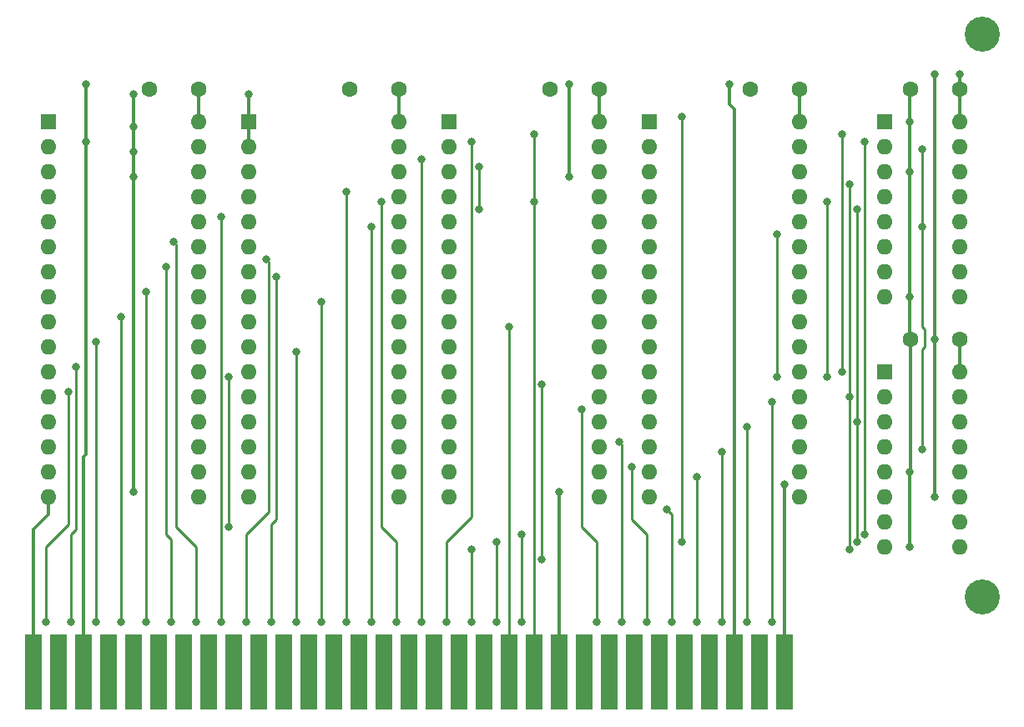
<source format=gbr>
G04 #@! TF.GenerationSoftware,KiCad,Pcbnew,(5.1.8)-1*
G04 #@! TF.CreationDate,2022-11-01T10:43:00-06:00*
G04 #@! TF.ProjectId,64K 640K ISA,36344b20-3634-4304-9b20-4953412e6b69,rev?*
G04 #@! TF.SameCoordinates,Original*
G04 #@! TF.FileFunction,Copper,L2,Bot*
G04 #@! TF.FilePolarity,Positive*
%FSLAX46Y46*%
G04 Gerber Fmt 4.6, Leading zero omitted, Abs format (unit mm)*
G04 Created by KiCad (PCBNEW (5.1.8)-1) date 2022-11-01 10:43:00*
%MOMM*%
%LPD*%
G01*
G04 APERTURE LIST*
G04 #@! TA.AperFunction,ComponentPad*
%ADD10C,1.600000*%
G04 #@! TD*
G04 #@! TA.AperFunction,ComponentPad*
%ADD11O,1.600000X1.600000*%
G04 #@! TD*
G04 #@! TA.AperFunction,ComponentPad*
%ADD12R,1.600000X1.600000*%
G04 #@! TD*
G04 #@! TA.AperFunction,ConnectorPad*
%ADD13R,1.780000X7.620000*%
G04 #@! TD*
G04 #@! TA.AperFunction,ComponentPad*
%ADD14C,3.556000*%
G04 #@! TD*
G04 #@! TA.AperFunction,ViaPad*
%ADD15C,0.800000*%
G04 #@! TD*
G04 #@! TA.AperFunction,Conductor*
%ADD16C,0.250000*%
G04 #@! TD*
G04 #@! TA.AperFunction,Conductor*
%ADD17C,0.330200*%
G04 #@! TD*
G04 APERTURE END LIST*
D10*
G04 #@! TO.P,C2,2*
G04 #@! TO.N,VCC*
X122420380Y-70586600D03*
G04 #@! TO.P,C2,1*
G04 #@! TO.N,GND*
X117420380Y-70586600D03*
G04 #@! TD*
D11*
G04 #@! TO.P,U2,32*
G04 #@! TO.N,VCC*
X122420380Y-73888600D03*
G04 #@! TO.P,U2,16*
G04 #@! TO.N,GND*
X107180380Y-111988600D03*
G04 #@! TO.P,U2,31*
G04 #@! TO.N,/MWR*
X122420380Y-76428600D03*
G04 #@! TO.P,U2,15*
G04 #@! TO.N,/D2*
X107180380Y-109448600D03*
G04 #@! TO.P,U2,30*
G04 #@! TO.N,GND*
X122420380Y-78968600D03*
G04 #@! TO.P,U2,14*
G04 #@! TO.N,/D1*
X107180380Y-106908600D03*
G04 #@! TO.P,U2,29*
G04 #@! TO.N,/A14*
X122420380Y-81508600D03*
G04 #@! TO.P,U2,13*
G04 #@! TO.N,/D0*
X107180380Y-104368600D03*
G04 #@! TO.P,U2,28*
G04 #@! TO.N,/A13*
X122420380Y-84048600D03*
G04 #@! TO.P,U2,12*
G04 #@! TO.N,/A0*
X107180380Y-101828600D03*
G04 #@! TO.P,U2,27*
G04 #@! TO.N,/A8*
X122420380Y-86588600D03*
G04 #@! TO.P,U2,11*
G04 #@! TO.N,/A1*
X107180380Y-99288600D03*
G04 #@! TO.P,U2,26*
G04 #@! TO.N,/A9*
X122420380Y-89128600D03*
G04 #@! TO.P,U2,10*
G04 #@! TO.N,/A2*
X107180380Y-96748600D03*
G04 #@! TO.P,U2,25*
G04 #@! TO.N,/A11*
X122420380Y-91668600D03*
G04 #@! TO.P,U2,9*
G04 #@! TO.N,/A3*
X107180380Y-94208600D03*
G04 #@! TO.P,U2,24*
G04 #@! TO.N,/MRD*
X122420380Y-94208600D03*
G04 #@! TO.P,U2,8*
G04 #@! TO.N,/A4*
X107180380Y-91668600D03*
G04 #@! TO.P,U2,23*
G04 #@! TO.N,/A10*
X122420380Y-96748600D03*
G04 #@! TO.P,U2,7*
G04 #@! TO.N,/A5*
X107180380Y-89128600D03*
G04 #@! TO.P,U2,22*
G04 #@! TO.N,/E0000_CS*
X122420380Y-99288600D03*
G04 #@! TO.P,U2,6*
G04 #@! TO.N,/A6*
X107180380Y-86588600D03*
G04 #@! TO.P,U2,21*
G04 #@! TO.N,/D7*
X122420380Y-101828600D03*
G04 #@! TO.P,U2,5*
G04 #@! TO.N,/A7*
X107180380Y-84048600D03*
G04 #@! TO.P,U2,20*
G04 #@! TO.N,/D6*
X122420380Y-104368600D03*
G04 #@! TO.P,U2,4*
G04 #@! TO.N,/A12*
X107180380Y-81508600D03*
G04 #@! TO.P,U2,19*
G04 #@! TO.N,/D5*
X122420380Y-106908600D03*
G04 #@! TO.P,U2,3*
G04 #@! TO.N,/A15*
X107180380Y-78968600D03*
G04 #@! TO.P,U2,18*
G04 #@! TO.N,/D4*
X122420380Y-109448600D03*
G04 #@! TO.P,U2,2*
G04 #@! TO.N,GND*
X107180380Y-76428600D03*
G04 #@! TO.P,U2,17*
G04 #@! TO.N,/D3*
X122420380Y-111988600D03*
D12*
G04 #@! TO.P,U2,1*
G04 #@! TO.N,GND*
X107180380Y-73888600D03*
G04 #@! TD*
D11*
G04 #@! TO.P,U1,32*
G04 #@! TO.N,VCC*
X102100380Y-73888600D03*
G04 #@! TO.P,U1,16*
G04 #@! TO.N,GND*
X86860380Y-111988600D03*
G04 #@! TO.P,U1,31*
G04 #@! TO.N,VCC*
X102100380Y-76428600D03*
G04 #@! TO.P,U1,15*
G04 #@! TO.N,/D2*
X86860380Y-109448600D03*
G04 #@! TO.P,U1,30*
G04 #@! TO.N,GND*
X102100380Y-78968600D03*
G04 #@! TO.P,U1,14*
G04 #@! TO.N,/D1*
X86860380Y-106908600D03*
G04 #@! TO.P,U1,29*
G04 #@! TO.N,/A14*
X102100380Y-81508600D03*
G04 #@! TO.P,U1,13*
G04 #@! TO.N,/D0*
X86860380Y-104368600D03*
G04 #@! TO.P,U1,28*
G04 #@! TO.N,/A13*
X102100380Y-84048600D03*
G04 #@! TO.P,U1,12*
G04 #@! TO.N,/A0*
X86860380Y-101828600D03*
G04 #@! TO.P,U1,27*
G04 #@! TO.N,/A8*
X102100380Y-86588600D03*
G04 #@! TO.P,U1,11*
G04 #@! TO.N,/A1*
X86860380Y-99288600D03*
G04 #@! TO.P,U1,26*
G04 #@! TO.N,/A9*
X102100380Y-89128600D03*
G04 #@! TO.P,U1,10*
G04 #@! TO.N,/A2*
X86860380Y-96748600D03*
G04 #@! TO.P,U1,25*
G04 #@! TO.N,/A11*
X102100380Y-91668600D03*
G04 #@! TO.P,U1,9*
G04 #@! TO.N,/A3*
X86860380Y-94208600D03*
G04 #@! TO.P,U1,24*
G04 #@! TO.N,/MRD*
X102100380Y-94208600D03*
G04 #@! TO.P,U1,8*
G04 #@! TO.N,/A4*
X86860380Y-91668600D03*
G04 #@! TO.P,U1,23*
G04 #@! TO.N,/A10*
X102100380Y-96748600D03*
G04 #@! TO.P,U1,7*
G04 #@! TO.N,/A5*
X86860380Y-89128600D03*
G04 #@! TO.P,U1,22*
G04 #@! TO.N,/64K_ROM_CS*
X102100380Y-99288600D03*
G04 #@! TO.P,U1,6*
G04 #@! TO.N,/A6*
X86860380Y-86588600D03*
G04 #@! TO.P,U1,21*
G04 #@! TO.N,/D7*
X102100380Y-101828600D03*
G04 #@! TO.P,U1,5*
G04 #@! TO.N,/A7*
X86860380Y-84048600D03*
G04 #@! TO.P,U1,20*
G04 #@! TO.N,/D6*
X102100380Y-104368600D03*
G04 #@! TO.P,U1,4*
G04 #@! TO.N,/A12*
X86860380Y-81508600D03*
G04 #@! TO.P,U1,19*
G04 #@! TO.N,/D5*
X102100380Y-106908600D03*
G04 #@! TO.P,U1,3*
G04 #@! TO.N,/A15*
X86860380Y-78968600D03*
G04 #@! TO.P,U1,18*
G04 #@! TO.N,/D4*
X102100380Y-109448600D03*
G04 #@! TO.P,U1,2*
G04 #@! TO.N,GND*
X86860380Y-76428600D03*
G04 #@! TO.P,U1,17*
G04 #@! TO.N,/D3*
X102100380Y-111988600D03*
D12*
G04 #@! TO.P,U1,1*
G04 #@! TO.N,GND*
X86860380Y-73888600D03*
G04 #@! TD*
D10*
G04 #@! TO.P,C1,2*
G04 #@! TO.N,VCC*
X102100380Y-70586600D03*
G04 #@! TO.P,C1,1*
G04 #@! TO.N,GND*
X97100380Y-70586600D03*
G04 #@! TD*
D11*
G04 #@! TO.P,U3,32*
G04 #@! TO.N,VCC*
X142740380Y-73888600D03*
G04 #@! TO.P,U3,16*
G04 #@! TO.N,GND*
X127500380Y-111988600D03*
G04 #@! TO.P,U3,31*
G04 #@! TO.N,/A15*
X142740380Y-76428600D03*
G04 #@! TO.P,U3,15*
G04 #@! TO.N,/D2*
X127500380Y-109448600D03*
G04 #@! TO.P,U3,30*
G04 #@! TO.N,VCC*
X142740380Y-78968600D03*
G04 #@! TO.P,U3,14*
G04 #@! TO.N,/D1*
X127500380Y-106908600D03*
G04 #@! TO.P,U3,29*
G04 #@! TO.N,/MWR*
X142740380Y-81508600D03*
G04 #@! TO.P,U3,13*
G04 #@! TO.N,/D0*
X127500380Y-104368600D03*
G04 #@! TO.P,U3,28*
G04 #@! TO.N,/A13*
X142740380Y-84048600D03*
G04 #@! TO.P,U3,12*
G04 #@! TO.N,/A0*
X127500380Y-101828600D03*
G04 #@! TO.P,U3,27*
G04 #@! TO.N,/A8*
X142740380Y-86588600D03*
G04 #@! TO.P,U3,11*
G04 #@! TO.N,/A1*
X127500380Y-99288600D03*
G04 #@! TO.P,U3,26*
G04 #@! TO.N,/A9*
X142740380Y-89128600D03*
G04 #@! TO.P,U3,10*
G04 #@! TO.N,/A2*
X127500380Y-96748600D03*
G04 #@! TO.P,U3,25*
G04 #@! TO.N,/A11*
X142740380Y-91668600D03*
G04 #@! TO.P,U3,9*
G04 #@! TO.N,/A3*
X127500380Y-94208600D03*
G04 #@! TO.P,U3,24*
G04 #@! TO.N,/MRD*
X142740380Y-94208600D03*
G04 #@! TO.P,U3,8*
G04 #@! TO.N,/A4*
X127500380Y-91668600D03*
G04 #@! TO.P,U3,23*
G04 #@! TO.N,/A10*
X142740380Y-96748600D03*
G04 #@! TO.P,U3,7*
G04 #@! TO.N,/A5*
X127500380Y-89128600D03*
G04 #@! TO.P,U3,22*
G04 #@! TO.N,/128K_CS*
X142740380Y-99288600D03*
G04 #@! TO.P,U3,6*
G04 #@! TO.N,/A6*
X127500380Y-86588600D03*
G04 #@! TO.P,U3,21*
G04 #@! TO.N,/D7*
X142740380Y-101828600D03*
G04 #@! TO.P,U3,5*
G04 #@! TO.N,/A7*
X127500380Y-84048600D03*
G04 #@! TO.P,U3,20*
G04 #@! TO.N,/D6*
X142740380Y-104368600D03*
G04 #@! TO.P,U3,4*
G04 #@! TO.N,/A12*
X127500380Y-81508600D03*
G04 #@! TO.P,U3,19*
G04 #@! TO.N,/D5*
X142740380Y-106908600D03*
G04 #@! TO.P,U3,3*
G04 #@! TO.N,/A14*
X127500380Y-78968600D03*
G04 #@! TO.P,U3,18*
G04 #@! TO.N,/D4*
X142740380Y-109448600D03*
G04 #@! TO.P,U3,2*
G04 #@! TO.N,/A16*
X127500380Y-76428600D03*
G04 #@! TO.P,U3,17*
G04 #@! TO.N,/D3*
X142740380Y-111988600D03*
D12*
G04 #@! TO.P,U3,1*
G04 #@! TO.N,Net-(U3-Pad1)*
X127500380Y-73888600D03*
G04 #@! TD*
D11*
G04 #@! TO.P,U4,32*
G04 #@! TO.N,VCC*
X163060380Y-73888600D03*
G04 #@! TO.P,U4,16*
G04 #@! TO.N,GND*
X147820380Y-111988600D03*
G04 #@! TO.P,U4,31*
G04 #@! TO.N,/A15*
X163060380Y-76428600D03*
G04 #@! TO.P,U4,15*
G04 #@! TO.N,/D2*
X147820380Y-109448600D03*
G04 #@! TO.P,U4,30*
G04 #@! TO.N,/A17*
X163060380Y-78968600D03*
G04 #@! TO.P,U4,14*
G04 #@! TO.N,/D1*
X147820380Y-106908600D03*
G04 #@! TO.P,U4,29*
G04 #@! TO.N,/MWR*
X163060380Y-81508600D03*
G04 #@! TO.P,U4,13*
G04 #@! TO.N,/D0*
X147820380Y-104368600D03*
G04 #@! TO.P,U4,28*
G04 #@! TO.N,/A13*
X163060380Y-84048600D03*
G04 #@! TO.P,U4,12*
G04 #@! TO.N,/A0*
X147820380Y-101828600D03*
G04 #@! TO.P,U4,27*
G04 #@! TO.N,/A8*
X163060380Y-86588600D03*
G04 #@! TO.P,U4,11*
G04 #@! TO.N,/A1*
X147820380Y-99288600D03*
G04 #@! TO.P,U4,26*
G04 #@! TO.N,/A9*
X163060380Y-89128600D03*
G04 #@! TO.P,U4,10*
G04 #@! TO.N,/A2*
X147820380Y-96748600D03*
G04 #@! TO.P,U4,25*
G04 #@! TO.N,/A11*
X163060380Y-91668600D03*
G04 #@! TO.P,U4,9*
G04 #@! TO.N,/A3*
X147820380Y-94208600D03*
G04 #@! TO.P,U4,24*
G04 #@! TO.N,/MRD*
X163060380Y-94208600D03*
G04 #@! TO.P,U4,8*
G04 #@! TO.N,/A4*
X147820380Y-91668600D03*
G04 #@! TO.P,U4,23*
G04 #@! TO.N,/A10*
X163060380Y-96748600D03*
G04 #@! TO.P,U4,7*
G04 #@! TO.N,/A5*
X147820380Y-89128600D03*
G04 #@! TO.P,U4,22*
G04 #@! TO.N,/512K_CS*
X163060380Y-99288600D03*
G04 #@! TO.P,U4,6*
G04 #@! TO.N,/A6*
X147820380Y-86588600D03*
G04 #@! TO.P,U4,21*
G04 #@! TO.N,/D7*
X163060380Y-101828600D03*
G04 #@! TO.P,U4,5*
G04 #@! TO.N,/A7*
X147820380Y-84048600D03*
G04 #@! TO.P,U4,20*
G04 #@! TO.N,/D6*
X163060380Y-104368600D03*
G04 #@! TO.P,U4,4*
G04 #@! TO.N,/A12*
X147820380Y-81508600D03*
G04 #@! TO.P,U4,19*
G04 #@! TO.N,/D5*
X163060380Y-106908600D03*
G04 #@! TO.P,U4,3*
G04 #@! TO.N,/A14*
X147820380Y-78968600D03*
G04 #@! TO.P,U4,18*
G04 #@! TO.N,/D4*
X163060380Y-109448600D03*
G04 #@! TO.P,U4,2*
G04 #@! TO.N,/A16*
X147820380Y-76428600D03*
G04 #@! TO.P,U4,17*
G04 #@! TO.N,/D3*
X163060380Y-111988600D03*
D12*
G04 #@! TO.P,U4,1*
G04 #@! TO.N,/A18*
X147820380Y-73888600D03*
G04 #@! TD*
D10*
G04 #@! TO.P,C6,2*
G04 #@! TO.N,VCC*
X179316380Y-95986600D03*
G04 #@! TO.P,C6,1*
G04 #@! TO.N,GND*
X174316380Y-95986600D03*
G04 #@! TD*
G04 #@! TO.P,C3,2*
G04 #@! TO.N,VCC*
X142740380Y-70586600D03*
G04 #@! TO.P,C3,1*
G04 #@! TO.N,GND*
X137740380Y-70586600D03*
G04 #@! TD*
D13*
G04 #@! TO.P,J9,31*
G04 #@! TO.N,GND*
X85336380Y-129768600D03*
G04 #@! TO.P,J9,30*
G04 #@! TO.N,/OSC88*
X87876380Y-129768600D03*
G04 #@! TO.P,J9,29*
G04 #@! TO.N,VCC*
X90416380Y-129768600D03*
G04 #@! TO.P,J9,28*
G04 #@! TO.N,/ALE*
X92956380Y-129768600D03*
G04 #@! TO.P,J9,27*
G04 #@! TO.N,/TC*
X95496380Y-129768600D03*
G04 #@! TO.P,J9,26*
G04 #@! TO.N,/DACK2*
X98036380Y-129768600D03*
G04 #@! TO.P,J9,25*
G04 #@! TO.N,/IRQ3*
X100576380Y-129768600D03*
G04 #@! TO.P,J9,24*
G04 #@! TO.N,/IRQ4*
X103116380Y-129768600D03*
G04 #@! TO.P,J9,23*
G04 #@! TO.N,/IRQ5*
X105656380Y-129768600D03*
G04 #@! TO.P,J9,22*
G04 #@! TO.N,/IRQ6*
X108196380Y-129768600D03*
G04 #@! TO.P,J9,21*
G04 #@! TO.N,/IRQ7*
X110736380Y-129768600D03*
G04 #@! TO.P,J9,20*
G04 #@! TO.N,/CLK88*
X113276380Y-129768600D03*
G04 #@! TO.P,J9,19*
G04 #@! TO.N,/REFRQ*
X115816380Y-129768600D03*
G04 #@! TO.P,J9,18*
G04 #@! TO.N,/DRQ1*
X118356380Y-129768600D03*
G04 #@! TO.P,J9,17*
G04 #@! TO.N,/DACK1*
X120896380Y-129768600D03*
G04 #@! TO.P,J9,16*
G04 #@! TO.N,/DRQ3*
X123436380Y-129768600D03*
G04 #@! TO.P,J9,15*
G04 #@! TO.N,/DACK3*
X125976380Y-129768600D03*
G04 #@! TO.P,J9,14*
G04 #@! TO.N,/IORD*
X128516380Y-129768600D03*
G04 #@! TO.P,J9,13*
G04 #@! TO.N,/IOWR*
X131056380Y-129768600D03*
G04 #@! TO.P,J9,12*
G04 #@! TO.N,/MRD*
X133596380Y-129768600D03*
G04 #@! TO.P,J9,11*
G04 #@! TO.N,/MWR*
X136136380Y-129768600D03*
G04 #@! TO.P,J9,10*
G04 #@! TO.N,GND*
X138676380Y-129768600D03*
G04 #@! TO.P,J9,9*
G04 #@! TO.N,/12+*
X141216380Y-129768600D03*
G04 #@! TO.P,J9,8*
G04 #@! TO.N,/NC*
X143756380Y-129768600D03*
G04 #@! TO.P,J9,7*
G04 #@! TO.N,/12-*
X146296380Y-129768600D03*
G04 #@! TO.P,J9,6*
G04 #@! TO.N,/DRQ2*
X148836380Y-129768600D03*
G04 #@! TO.P,J9,5*
G04 #@! TO.N,/5-*
X151376380Y-129768600D03*
G04 #@! TO.P,J9,4*
G04 #@! TO.N,/IRQ2*
X153916380Y-129768600D03*
G04 #@! TO.P,J9,3*
G04 #@! TO.N,VCC*
X156456380Y-129768600D03*
G04 #@! TO.P,J9,2*
G04 #@! TO.N,/RESOUT*
X158996380Y-129768600D03*
G04 #@! TO.P,J9,1*
G04 #@! TO.N,GND*
X161536380Y-129768600D03*
G04 #@! TD*
D14*
G04 #@! TO.P,R,1*
G04 #@! TO.N,/GND*
X181602380Y-122148600D03*
G04 #@! TD*
G04 #@! TO.P,R,1*
G04 #@! TO.N,N/C*
X181602380Y-64998600D03*
G04 #@! TD*
D11*
G04 #@! TO.P,U6,16*
G04 #@! TO.N,VCC*
X179316380Y-99288600D03*
G04 #@! TO.P,U6,8*
G04 #@! TO.N,GND*
X171696380Y-117068600D03*
G04 #@! TO.P,U6,15*
G04 #@! TO.N,Net-(U6-Pad15)*
X179316380Y-101828600D03*
G04 #@! TO.P,U6,7*
G04 #@! TO.N,/64K_ROM_CS*
X171696380Y-114528600D03*
G04 #@! TO.P,U6,14*
G04 #@! TO.N,Net-(U6-Pad14)*
X179316380Y-104368600D03*
G04 #@! TO.P,U6,6*
G04 #@! TO.N,VCC*
X171696380Y-111988600D03*
G04 #@! TO.P,U6,13*
G04 #@! TO.N,Net-(U6-Pad13)*
X179316380Y-106908600D03*
G04 #@! TO.P,U6,5*
G04 #@! TO.N,GND*
X171696380Y-109448600D03*
G04 #@! TO.P,U6,12*
G04 #@! TO.N,Net-(U6-Pad12)*
X179316380Y-109448600D03*
G04 #@! TO.P,U6,4*
G04 #@! TO.N,/UPPER_512K*
X171696380Y-106908600D03*
G04 #@! TO.P,U6,11*
G04 #@! TO.N,Net-(U6-Pad11)*
X179316380Y-111988600D03*
G04 #@! TO.P,U6,3*
G04 #@! TO.N,/A18*
X171696380Y-104368600D03*
G04 #@! TO.P,U6,10*
G04 #@! TO.N,Net-(U6-Pad10)*
X179316380Y-114528600D03*
G04 #@! TO.P,U6,2*
G04 #@! TO.N,/A17*
X171696380Y-101828600D03*
G04 #@! TO.P,U6,9*
G04 #@! TO.N,/E0000_CS*
X179316380Y-117068600D03*
D12*
G04 #@! TO.P,U6,1*
G04 #@! TO.N,/A16*
X171696380Y-99288600D03*
G04 #@! TD*
D11*
G04 #@! TO.P,U5,16*
G04 #@! TO.N,VCC*
X179316380Y-73888600D03*
G04 #@! TO.P,U5,8*
G04 #@! TO.N,GND*
X171696380Y-91668600D03*
G04 #@! TO.P,U5,15*
G04 #@! TO.N,/UPPER_512K*
X179316380Y-76428600D03*
G04 #@! TO.P,U5,7*
G04 #@! TO.N,Net-(U5-Pad7)*
X171696380Y-89128600D03*
G04 #@! TO.P,U5,14*
G04 #@! TO.N,/A17*
X179316380Y-78968600D03*
G04 #@! TO.P,U5,6*
G04 #@! TO.N,Net-(U5-Pad6)*
X171696380Y-86588600D03*
G04 #@! TO.P,U5,13*
G04 #@! TO.N,/A18*
X179316380Y-81508600D03*
G04 #@! TO.P,U5,5*
G04 #@! TO.N,/UPPER_512K*
X171696380Y-84048600D03*
G04 #@! TO.P,U5,12*
G04 #@! TO.N,/128K_CS*
X179316380Y-84048600D03*
G04 #@! TO.P,U5,4*
G04 #@! TO.N,/512K_CS*
X171696380Y-81508600D03*
G04 #@! TO.P,U5,11*
G04 #@! TO.N,Net-(U5-Pad11)*
X179316380Y-86588600D03*
G04 #@! TO.P,U5,3*
G04 #@! TO.N,GND*
X171696380Y-78968600D03*
G04 #@! TO.P,U5,10*
G04 #@! TO.N,Net-(U5-Pad10)*
X179316380Y-89128600D03*
G04 #@! TO.P,U5,2*
G04 #@! TO.N,/A19*
X171696380Y-76428600D03*
G04 #@! TO.P,U5,9*
G04 #@! TO.N,Net-(U5-Pad9)*
X179316380Y-91668600D03*
D12*
G04 #@! TO.P,U5,1*
G04 #@! TO.N,GND*
X171696380Y-73888600D03*
G04 #@! TD*
D10*
G04 #@! TO.P,C5,2*
G04 #@! TO.N,VCC*
X179316380Y-70586600D03*
G04 #@! TO.P,C5,1*
G04 #@! TO.N,GND*
X174316380Y-70586600D03*
G04 #@! TD*
G04 #@! TO.P,C4,2*
G04 #@! TO.N,VCC*
X163060380Y-70586600D03*
G04 #@! TO.P,C4,1*
G04 #@! TO.N,GND*
X158060380Y-70586600D03*
G04 #@! TD*
D15*
G04 #@! TO.N,/D7*
X160266380Y-124688600D03*
X160266380Y-102336600D03*
G04 #@! TO.N,/D6*
X157726380Y-124688600D03*
X157726380Y-104876600D03*
G04 #@! TO.N,/D5*
X155186380Y-124688600D03*
X155186380Y-107416600D03*
G04 #@! TO.N,/D4*
X152646380Y-124688600D03*
X152646380Y-109956600D03*
G04 #@! TO.N,/D3*
X150106380Y-124688600D03*
X149598380Y-113258600D03*
G04 #@! TO.N,/D2*
X147566380Y-124688600D03*
X146042380Y-108940600D03*
G04 #@! TO.N,/D1*
X145026380Y-124688600D03*
X144772380Y-106400600D03*
G04 #@! TO.N,/D0*
X142486380Y-124688600D03*
X140962380Y-103098600D03*
G04 #@! TO.N,/A19*
X134866380Y-124688600D03*
X169664380Y-75920600D03*
X169664380Y-115798600D03*
X134866380Y-115798600D03*
G04 #@! TO.N,/A18*
X132326380Y-124688600D03*
X168902380Y-82778600D03*
X168902380Y-116560600D03*
X132326380Y-116560600D03*
X151122380Y-116560600D03*
X151122380Y-73380600D03*
X168902380Y-104368600D03*
G04 #@! TO.N,/A17*
X129786380Y-124688600D03*
X168140380Y-80238600D03*
X168140380Y-117322600D03*
X129786380Y-117322600D03*
X168140380Y-101828600D03*
G04 #@! TO.N,/A16*
X127246380Y-124688600D03*
X129786380Y-75920600D03*
X167378380Y-75158600D03*
X167378380Y-99288600D03*
G04 #@! TO.N,/A15*
X124706380Y-124688600D03*
X124706380Y-77698600D03*
G04 #@! TO.N,/A14*
X122166380Y-124688600D03*
X120642380Y-82016600D03*
X130548380Y-82778600D03*
X130548380Y-78460600D03*
G04 #@! TO.N,/A13*
X119626380Y-124688600D03*
X119626380Y-84556600D03*
G04 #@! TO.N,/A12*
X117086380Y-124688600D03*
X117086380Y-81000600D03*
G04 #@! TO.N,/A11*
X114546380Y-124688600D03*
X114546380Y-92176600D03*
G04 #@! TO.N,/A10*
X112006380Y-124688600D03*
X112006380Y-97256600D03*
G04 #@! TO.N,/A9*
X109466380Y-124688600D03*
X109974380Y-89636600D03*
G04 #@! TO.N,/A8*
X106926380Y-124688600D03*
X108958380Y-87858600D03*
G04 #@! TO.N,/A7*
X104386380Y-124688600D03*
X104386380Y-83540600D03*
G04 #@! TO.N,/A6*
X101846380Y-124688600D03*
X99560380Y-86080600D03*
G04 #@! TO.N,/A5*
X99306380Y-124688600D03*
X98798380Y-88620600D03*
G04 #@! TO.N,/A4*
X96766380Y-124688600D03*
X96766380Y-91160600D03*
G04 #@! TO.N,/A3*
X94226380Y-124688600D03*
X94226380Y-93700600D03*
G04 #@! TO.N,/A2*
X91686380Y-124688600D03*
X91686380Y-96240600D03*
G04 #@! TO.N,/A1*
X89146380Y-124688600D03*
X89654380Y-98780600D03*
G04 #@! TO.N,/A0*
X86606380Y-124688600D03*
X88892380Y-101320600D03*
G04 #@! TO.N,/MWR*
X136136380Y-82016600D03*
X136136380Y-75158600D03*
G04 #@! TO.N,/MRD*
X133596380Y-94716600D03*
G04 #@! TO.N,/512K_CS*
X165854380Y-99796600D03*
X165854380Y-82016600D03*
G04 #@! TO.N,/UPPER_512K*
X175506380Y-84556600D03*
X175506380Y-107162600D03*
X175506380Y-76682600D03*
G04 #@! TO.N,/128K_CS*
X160774380Y-99796600D03*
X160774380Y-85318600D03*
G04 #@! TO.N,VCC*
X179316380Y-69062600D03*
X176776380Y-69062600D03*
X176776380Y-95986600D03*
X155948380Y-70078600D03*
X139692380Y-70078600D03*
X139692380Y-79476600D03*
X90670380Y-70078600D03*
X176776380Y-111988600D03*
X90670380Y-75920600D03*
G04 #@! TO.N,GND*
X161536380Y-110718600D03*
X138676380Y-111480600D03*
X174236380Y-109448600D03*
X174236384Y-117068600D03*
X174236380Y-91668600D03*
X174236380Y-73888600D03*
X174236380Y-78968600D03*
X95496380Y-111480600D03*
X95496380Y-76936600D03*
X95496380Y-79476600D03*
X95496380Y-71094600D03*
X95496380Y-74396600D03*
X107180380Y-71094600D03*
G04 #@! TO.N,/64K_ROM_CS*
X105148380Y-115036600D03*
X105148380Y-99796600D03*
G04 #@! TO.N,/E0000_CS*
X136898380Y-118338600D03*
X136898380Y-100558600D03*
G04 #@! TD*
D16*
G04 #@! TO.N,/D7*
X160266380Y-124688600D02*
X160266380Y-102336600D01*
G04 #@! TO.N,/D6*
X157726380Y-124688600D02*
X157726380Y-104876600D01*
G04 #@! TO.N,/D5*
X155186380Y-124688600D02*
X155186380Y-107416600D01*
G04 #@! TO.N,/D4*
X152646380Y-124688600D02*
X152646380Y-109956600D01*
G04 #@! TO.N,/D3*
X150106380Y-124688600D02*
X150106380Y-113766600D01*
X150106380Y-113766600D02*
X149598380Y-113258600D01*
G04 #@! TO.N,/D2*
X147566380Y-124688600D02*
X147566380Y-115798600D01*
X147566380Y-115798600D02*
X146042380Y-114274600D01*
X146042380Y-114274600D02*
X146042380Y-108940600D01*
G04 #@! TO.N,/D1*
X145026380Y-124688600D02*
X145026380Y-106654600D01*
X145026380Y-106654600D02*
X144772380Y-106400600D01*
G04 #@! TO.N,/D0*
X142486380Y-124688600D02*
X142486380Y-116560600D01*
X142486380Y-116560600D02*
X140962380Y-115036600D01*
X140962380Y-115036600D02*
X140962380Y-103098600D01*
G04 #@! TO.N,/A19*
X169664380Y-115798600D02*
X169664380Y-75920600D01*
X134866380Y-115798600D02*
X134866380Y-124688600D01*
G04 #@! TO.N,/A18*
X168902380Y-82778600D02*
X168902380Y-104368600D01*
X151122380Y-116560600D02*
X151122380Y-73380600D01*
X132326380Y-116560600D02*
X132326380Y-124688600D01*
X168902380Y-104368600D02*
X168902380Y-116560600D01*
G04 #@! TO.N,/A17*
X129786380Y-124688600D02*
X129786380Y-117322600D01*
X168140380Y-80238600D02*
X168140380Y-101828600D01*
X168140380Y-117322600D02*
X168140380Y-101828600D01*
G04 #@! TO.N,/A16*
X127246380Y-124688600D02*
X127246380Y-116560600D01*
X127246380Y-116560600D02*
X129786380Y-114020600D01*
X129786380Y-114020600D02*
X129786380Y-75920600D01*
X167378380Y-75158600D02*
X167378380Y-99288600D01*
G04 #@! TO.N,/A15*
X124706380Y-124688600D02*
X124706380Y-77698600D01*
G04 #@! TO.N,/A14*
X122166380Y-124688600D02*
X122166380Y-116560600D01*
X122166380Y-116560600D02*
X120642380Y-115036600D01*
X120642380Y-115036600D02*
X120642380Y-82016600D01*
X130548380Y-82778600D02*
X130548380Y-78460600D01*
G04 #@! TO.N,/A13*
X119626380Y-124688600D02*
X119626380Y-84556600D01*
G04 #@! TO.N,/A12*
X117086380Y-124688600D02*
X117086380Y-81000600D01*
G04 #@! TO.N,/A11*
X114546380Y-124688600D02*
X114546380Y-92176600D01*
G04 #@! TO.N,/A10*
X112006380Y-124688600D02*
X112006380Y-97256600D01*
G04 #@! TO.N,/A9*
X109466380Y-124688600D02*
X109466380Y-114782600D01*
X109466380Y-114782600D02*
X109974380Y-114274600D01*
X109974380Y-114274600D02*
X109974380Y-89636600D01*
G04 #@! TO.N,/A8*
X106926380Y-124688600D02*
X106926380Y-115798600D01*
X106926380Y-115798600D02*
X109212380Y-113512600D01*
X109212380Y-113512600D02*
X109212380Y-88112600D01*
X109212380Y-88112600D02*
X108958380Y-87858600D01*
G04 #@! TO.N,/A7*
X104386380Y-124688600D02*
X104386380Y-83540600D01*
G04 #@! TO.N,/A6*
X101846380Y-124688600D02*
X101846380Y-117068600D01*
X101846380Y-117068600D02*
X99814380Y-115036600D01*
X99814380Y-115036600D02*
X99814380Y-86334600D01*
X99814380Y-86334600D02*
X99560380Y-86080600D01*
G04 #@! TO.N,/A5*
X99306380Y-124688600D02*
X99306380Y-116306600D01*
X99306380Y-116306600D02*
X98798380Y-115798600D01*
X98798380Y-115798600D02*
X98798380Y-88620600D01*
G04 #@! TO.N,/A4*
X96766380Y-124688600D02*
X96766380Y-91160600D01*
G04 #@! TO.N,/A3*
X94226380Y-124688600D02*
X94226380Y-93700600D01*
G04 #@! TO.N,/A2*
X91686380Y-124688600D02*
X91686380Y-96240600D01*
G04 #@! TO.N,/A1*
X89146380Y-124688600D02*
X89146380Y-115798600D01*
X89146380Y-115798600D02*
X89654380Y-115290600D01*
X89654380Y-115290600D02*
X89654380Y-98780600D01*
G04 #@! TO.N,/A0*
X86606380Y-124688600D02*
X86606380Y-117068600D01*
X86606380Y-117068600D02*
X88892380Y-114782600D01*
X88892380Y-114782600D02*
X88892380Y-101320600D01*
G04 #@! TO.N,/MWR*
X136136380Y-129768600D02*
X136136380Y-82016600D01*
X136136380Y-82016600D02*
X136136380Y-75158600D01*
G04 #@! TO.N,/MRD*
X133596380Y-129768600D02*
X133596380Y-94716600D01*
G04 #@! TO.N,/512K_CS*
X165854380Y-82016600D02*
X165854380Y-99796600D01*
G04 #@! TO.N,/UPPER_512K*
X175506380Y-97002600D02*
X175506380Y-107162600D01*
X175760380Y-96748600D02*
X175506380Y-97002600D01*
X175760380Y-94970600D02*
X175760380Y-96748600D01*
X175506380Y-94716600D02*
X175760380Y-94970600D01*
X175506380Y-84556600D02*
X175506380Y-94716600D01*
X175506380Y-84556600D02*
X175506380Y-76682600D01*
G04 #@! TO.N,/128K_CS*
X160774380Y-99796600D02*
X160774380Y-85318600D01*
D17*
G04 #@! TO.N,VCC*
X179316380Y-69062600D02*
X179316380Y-70586600D01*
X179316380Y-70586600D02*
X179316380Y-73888600D01*
X176776380Y-69062600D02*
X176776380Y-95986600D01*
X179316380Y-95986600D02*
X179316380Y-99288600D01*
X156456380Y-72618600D02*
X155948380Y-72110600D01*
X155948380Y-72110600D02*
X155948380Y-70078600D01*
X156456380Y-129768600D02*
X156456380Y-72618600D01*
X142740380Y-70586600D02*
X142740380Y-73918600D01*
X163060380Y-70586600D02*
X163060380Y-73918600D01*
X139692380Y-70078600D02*
X139692380Y-79476600D01*
X102100380Y-70586600D02*
X102100380Y-73888600D01*
X176776380Y-95986600D02*
X176776380Y-111988600D01*
X90670380Y-107670600D02*
X90670380Y-75920600D01*
X90416380Y-129768600D02*
X90416380Y-107924600D01*
X90670380Y-70078600D02*
X90670380Y-75920600D01*
X90416380Y-107924600D02*
X90670380Y-107670600D01*
X122420380Y-70586600D02*
X122420380Y-73888600D01*
G04 #@! TO.N,GND*
X85336380Y-129768600D02*
X85336380Y-115290600D01*
X86860380Y-113766600D02*
X86860380Y-111988600D01*
X85336380Y-115290600D02*
X86860380Y-113766600D01*
X161536380Y-129768600D02*
X161536380Y-110718600D01*
X138676380Y-111480600D02*
X138676380Y-129768600D01*
X174236380Y-70666600D02*
X174316380Y-70586600D01*
X174236380Y-95732600D02*
X174236380Y-70666600D01*
X174316380Y-95812600D02*
X174236380Y-95732600D01*
X174316380Y-95986600D02*
X174316380Y-95812600D01*
X174316380Y-109368600D02*
X174236380Y-109448600D01*
X174316380Y-95986600D02*
X174316380Y-109368600D01*
X174236380Y-109448600D02*
X174236380Y-117068596D01*
X174236380Y-117068596D02*
X174236384Y-117068600D01*
X97100380Y-70586600D02*
X97100380Y-70666600D01*
X97100380Y-70586600D02*
X97100380Y-70760600D01*
X97100380Y-70760600D02*
X97020380Y-70840600D01*
X95496380Y-111480600D02*
X95496380Y-79476600D01*
X95496380Y-79476600D02*
X95496380Y-76936600D01*
X95496380Y-71094600D02*
X95496380Y-74396600D01*
X95496380Y-76936600D02*
X95496380Y-74396600D01*
X107180380Y-71094600D02*
X107180380Y-73888600D01*
X107180380Y-73888600D02*
X107180380Y-76428600D01*
D16*
G04 #@! TO.N,/64K_ROM_CS*
X105148380Y-115036600D02*
X105148380Y-99796600D01*
G04 #@! TO.N,/E0000_CS*
X136898380Y-118338600D02*
X136898380Y-100558600D01*
G04 #@! TD*
M02*

</source>
